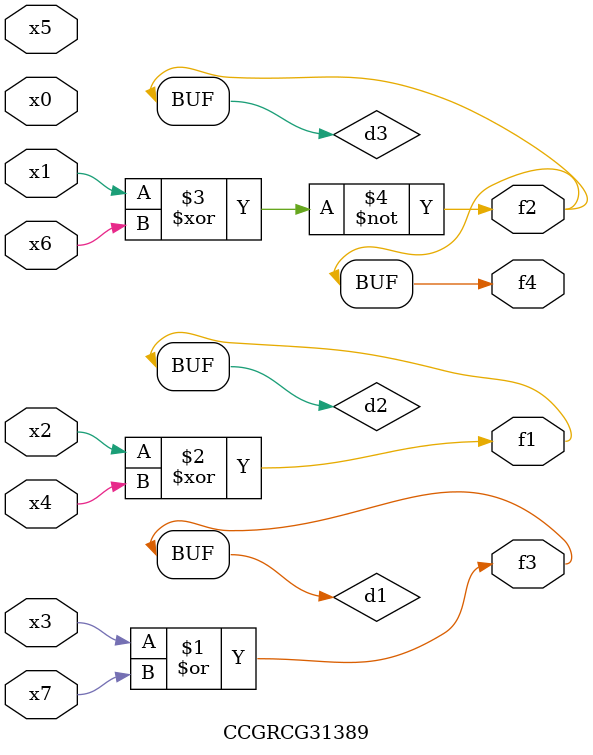
<source format=v>
module CCGRCG31389(
	input x0, x1, x2, x3, x4, x5, x6, x7,
	output f1, f2, f3, f4
);

	wire d1, d2, d3;

	or (d1, x3, x7);
	xor (d2, x2, x4);
	xnor (d3, x1, x6);
	assign f1 = d2;
	assign f2 = d3;
	assign f3 = d1;
	assign f4 = d3;
endmodule

</source>
